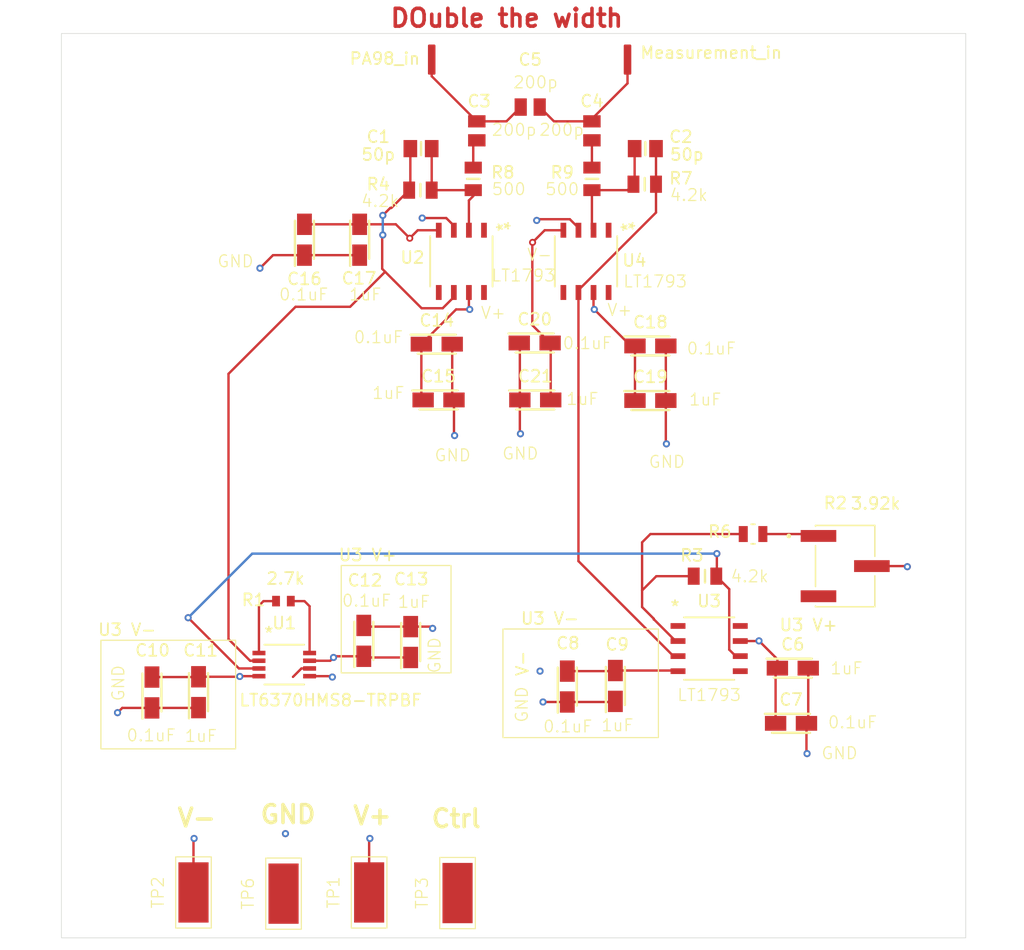
<source format=kicad_pcb>
(kicad_pcb (version 20241229) (generator "pcbnew") (generator_version "9.0")
  (layers (0 "F.Cu" signal) (4 "In1.Cu" signal) (6 "In2.Cu" power "GND") (8 "In3.Cu" power "Vplus") (10 "In4.Cu" power "Vminus") (2 "B.Cu" signal) (13 "F.Paste" user) (15 "B.Paste" user) (5 "F.SilkS" user "F.Silkscreen") (7 "B.SilkS" user "B.Silkscreen") (1 "F.Mask" user) (3 "B.Mask" user) (25 "Edge.Cuts" user))
  (net 0 "")
  (net 1 "Net-(U1-IN-)")
  (net 2 "Net-(U2--INA)")
  (net 3 "Net-(U3-+INA)")
  (net 4 "Net-(U4--INA)")
  (net 5 "Net-(C3-Pad1)")
  (net 6 "/PA98_in")
  (net 7 "Net-(C4-Pad1)")
  (net 8 "/measurement_in")
  (net 9 "GND")
  (net 10 "/Vplus")
  (net 11 "/Vminus")
  (net 12 "Net-(U1-RG+)")
  (net 13 "Net-(U1-RG-)")
  (net 15 "Net-(R2-Pad1)")
  (net 16 "Net-(U3--INA)")
  (net 17 "Net-(U1-IN+)")
  (net 18 "/Control_out")
  (footprint "Custom_capacitors:CAPC2012X145N(200pF 0805 0.1err)" (layer "F.Cu") (at 144.5224 65.9227 90)
    (property "Reference" "C3" (hide yes))
    (property "Value" "200p" (hide yes))
    (fp_text user "200p" (at -0.5 1.2 0) (layer "F.SilkS") (effects (font (thickness 0.1)) (justify left bottom)))
    (fp_text user "${REFERENCE}" (at 2.5 0.2 180) (layer "F.SilkS"))
    (pad "1" smd rect (at -0.8 0 90) (size 1.03 1.47) (layers "F.Cu" "F.Mask" "F.Paste") (net 5 "Net-(C3-Pad1)"))
    (pad "2" smd rect (at 0.8 0 90) (size 1.03 1.47) (layers "F.Cu" "F.Mask" "F.Paste") (net 6 "/PA98_in"))
  )
  (footprint "Custom_trimpot:PAD_EXT_2.54x5.08mm" (layer "F.Cu") (at 130.7375 130.2 90)
    (property "Reference" "TP6" (at 0 -5.5 90) (layer "F.SilkS") (effects (font (thickness 0.1))))
    (property "Value" "TestPoint" (hide yes))
    (fp_rect (start -3 -4) (end 3 -1) (stroke (width 0.1)) (fill no) (layer "F.SilkS"))
    (pad "1" smd rect (at 0 -2.5 90) (size 5.08 2.54) (layers "F.Cu" "F.Mask" "F.Paste") (net 9 "GND"))
  )
  (footprint "Custom_capacitors:CAPC2012X145N(200pF 0805 0.1err)" (layer "F.Cu") (at 149.0224 63.9227)
    (property "Reference" "C5" (hide yes))
    (property "Value" "200p" (hide yes))
    (fp_text user "${REFERENCE}" (at 0 -4 0) (layer "F.SilkS"))
    (fp_text user "200p" (at -1.5 -1.5 0) (layer "F.SilkS") (effects (font (thickness 0.1)) (justify left bottom)))
    (pad "1" smd rect (at -0.8 0) (size 1.03 1.47) (layers "F.Cu" "F.Mask" "F.Paste") (net 6 "/PA98_in"))
    (pad "2" smd rect (at 0.8 0) (size 1.03 1.47) (layers "F.Cu" "F.Mask" "F.Paste") (net 8 "/measurement_in"))
  )
  (footprint "Custom_capacitors:CAPPM3216X180N(0.1uF 1206 0.1acc)" (layer "F.Cu") (at 135 108.9 90)
    (property "Reference" "C12" (at 5.1 0.1 180) (layer "F.SilkS"))
    (property "Value" "C1206C104K5RACTM" (hide yes))
    (fp_line (start 1.6 -0.8) (end -2.2 -0.8) (stroke (width 0.2)) (layer "F.SilkS"))
    (fp_line (start -1.6 0.8) (end 1.6 0.8) (stroke (width 0.2)) (layer "F.SilkS"))
    (fp_text user "0.1uF" (at 2.8 -1.9 0) (layer "F.SilkS") (effects (font (thickness 0.1)) (justify left bottom)))
    (pad "1" smd rect (at -1.3 0 180) (size 1.25 1.8) (layers "F.Cu" "F.Mask" "F.Paste") (net 10 "/Vplus"))
    (pad "2" smd rect (at 1.3 0 180) (size 1.25 1.8) (layers "F.Cu" "F.Mask" "F.Paste") (net 9 "GND"))
  )
  (footprint "Custom_trimpot:TRIM_TS63Y201KR10" (layer "F.Cu") (at 175.5625 102.6)
    (property "Reference" "R2" (at -0.825 -5.31 0) (layer "F.SilkS"))
    (property "Value" "TS63Y201KR10")
    (fp_line (start -2.5 -3.425) (end 2.5 -3.425) (stroke (width 0.127)) (layer "F.SilkS"))
    (fp_line (start -2.5 -3.36) (end -2.5 -3.425) (stroke (width 0.127)) (layer "F.SilkS"))
    (fp_line (start -2.5 -1.72) (end -2.5 1.72) (stroke (width 0.127)) (layer "F.SilkS"))
    (fp_line (start -2.5 3.425) (end -2.5 3.36) (stroke (width 0.127)) (layer "F.SilkS"))
    (fp_line (start 2.5 -3.425) (end 2.5 -0.82) (stroke (width 0.127)) (layer "F.SilkS"))
    (fp_line (start 2.5 3.425) (end -2.5 3.425) (stroke (width 0.127)) (layer "F.SilkS"))
    (fp_line (start 2.5 3.425) (end 2.5 0.82) (stroke (width 0.127)) (layer "F.SilkS"))
    (fp_circle (center -4.75 -2.54) (end -4.65 -2.54) (stroke (width 0.2)) (fill no) (layer "F.SilkS"))
    (pad "1" smd rect (at -2.25 -2.54) (size 3 1) (layers "F.Cu" "F.Mask" "F.Paste") (net 15 "Net-(R2-Pad1)"))
    (pad "2" smd rect (at 2.25 0) (size 3 1) (layers "F.Cu" "F.Mask" "F.Paste") (net 9 "GND"))
    (pad "3" smd rect (at -2.25 2.54) (size 3 1) (layers "F.Cu" "F.Mask" "F.Paste"))
  )
  (footprint "Custom_resistors:RESC2012X55N(500 Ohm 0805 0.05err)" (layer "F.Cu") (at 154.2224 69.9727 -90)
    (property "Reference" "R9" (hide yes))
    (property "Value" "500" (hide yes))
    (fp_line (start 0 -0.525) (end 0 0.525) (stroke (width 0.2)) (layer "F.SilkS"))
    (fp_text user "500" (at 1.45 4 0) (layer "F.SilkS") (effects (font (thickness 0.1)) (justify left bottom)))
    (fp_text user "${REFERENCE}" (at -0.55 2.5 0) (layer "F.SilkS"))
    (pad "1" smd rect (at -0.95 0 270) (size 1 1.45) (layers "F.Cu" "F.Mask" "F.Paste") (net 7 "Net-(C4-Pad1)"))
    (pad "2" smd rect (at 0.95 0 270) (size 1 1.45) (layers "F.Cu" "F.Mask" "F.Paste") (net 4 "Net-(U4--INA)"))
  )
  (footprint "Custom_capacitors:CAPPM3216X180N(0.1uF 1206 0.1acc)" (layer "F.Cu") (at 171 115.85)
    (property "Reference" "C7" (at 0 -2 0) (layer "F.SilkS"))
    (property "Value" "C1206C104K5RACTM" (hide yes))
    (fp_line (start -1.6 0.8) (end 1.6 0.8) (stroke (width 0.2)) (layer "F.SilkS"))
    (fp_line (start 1.6 -0.8) (end -2.2 -0.8) (stroke (width 0.2)) (layer "F.SilkS"))
    (fp_text user "0.1uF" (at 3.05 0.5 0) (layer "F.SilkS") (effects (font (thickness 0.1)) (justify left bottom)))
    (pad "1" smd rect (at -1.3 0 90) (size 1.25 1.8) (layers "F.Cu" "F.Mask" "F.Paste") (net 10 "/Vplus"))
    (pad "2" smd rect (at 1.3 0 90) (size 1.25 1.8) (layers "F.Cu" "F.Mask" "F.Paste") (net 9 "GND"))
  )
  (footprint "Custom_resistors:RES_TNPW0603_VIS-L(2.7k Ohm 0603 0.1err)" (layer "F.Cu") (at 128.2277 105.55)
    (property "Reference" "R1" (at -2.5277 -0.1 0) (layer "F.SilkS"))
    (property "Value" "2.7k" (at 0.1723 -1.9 0) (layer "F.SilkS"))
    (pad "1" smd rect (at -0.6223 0) (size 0.6604 0.889) (layers "F.Cu" "F.Mask" "F.Paste") (net 13 "Net-(U1-RG-)"))
    (pad "2" smd rect (at 0.6223 0) (size 0.6604 0.889) (layers "F.Cu" "F.Mask" "F.Paste") (net 12 "Net-(U1-RG+)"))
  )
  (footprint "Custom_capacitors:CAPPM3216X180N(0.1uF 1206 0.1acc)" (layer "F.Cu") (at 141.15 83.9)
    (property "Reference" "C14" (at 0 -2 0) (layer "F.SilkS"))
    (property "Value" "C1206C104K5RACTM" (hide yes))
    (fp_line (start -1.6 0.8) (end 1.6 0.8) (stroke (width 0.2)) (layer "F.SilkS"))
    (fp_line (start 1.6 -0.8) (end -2.2 -0.8) (stroke (width 0.2)) (layer "F.SilkS"))
    (fp_text user "0.1uF" (at -7.05 0 0) (layer "F.SilkS") (effects (font (thickness 0.1)) (justify left bottom)))
    (pad "1" smd rect (at -1.3 0 90) (size 1.25 1.8) (layers "F.Cu" "F.Mask" "F.Paste") (net 10 "/Vplus"))
    (pad "2" smd rect (at 1.3 0 90) (size 1.25 1.8) (layers "F.Cu" "F.Mask" "F.Paste") (net 9 "GND"))
  )
  (footprint "Custom_capacitors:CAPPM3216X180N(0.1uF 1206 0.1acc)" (layer "F.Cu") (at 149.4 83.8)
    (property "Reference" "C20" (at 0 -2 0) (layer "F.SilkS"))
    (property "Value" "C1206C104K5RACTM" (hide yes))
    (fp_line (start -1.6 0.8) (end 1.6 0.8) (stroke (width 0.2)) (layer "F.SilkS"))
    (fp_line (start 1.6 -0.8) (end -2.2 -0.8) (stroke (width 0.2)) (layer "F.SilkS"))
    (fp_text user "0.1uF" (at 2.3 0.6 0) (layer "F.SilkS") (effects (font (thickness 0.1)) (justify left bottom)))
    (pad "1" smd rect (at -1.3 0 90) (size 1.25 1.8) (layers "F.Cu" "F.Mask" "F.Paste") (net 9 "GND"))
    (pad "2" smd rect (at 1.3 0 90) (size 1.25 1.8) (layers "F.Cu" "F.Mask" "F.Paste") (net 11 "/Vminus"))
  )
  (footprint "Custom_capacitors:CAPPM3216X180N(1uF 35V 1206 0.1err" (layer "F.Cu") (at 134.65 75.1 90)
    (property "Reference" "C17" (at -3.25 -0.05 180) (layer "F.SilkS"))
    (property "Value" "TH3A105K035D6600" (hide yes))
    (fp_line (start 1.6 -0.8) (end -2.2 -0.8) (stroke (width 0.2)) (layer "F.SilkS"))
    (fp_line (start -1.6 0.8) (end 1.6 0.8) (stroke (width 0.2)) (layer "F.SilkS"))
    (fp_text user "1uF" (at -5.2 -0.95 0) (layer "F.SilkS") (effects (font (thickness 0.1)) (justify left bottom)))
    (pad "1" smd rect (at -1.3 0 180) (size 1.25 1.8) (layers "F.Cu" "F.Mask" "F.Paste") (net 9 "GND"))
    (pad "2" smd rect (at 1.3 0 180) (size 1.25 1.8) (layers "F.Cu" "F.Mask" "F.Paste") (net 11 "/Vminus"))
  )
  (footprint "MountingHole:MountingHole_2.1mm" (layer "F.Cu") (at 112.4 60.85)
    (property "Reference" "REF**" (hide yes))
    (property "Value" "MountingHole_2.1mm")
    (pad "" np_thru_hole circle (at 0 0) (size 2.1 2.1) (drill 2.1) (layers "*.Cu" "*.Mask"))
  )
  (footprint "Custom_capacitors:CAPPM3216X180N(1uF 35V 1206 0.1err" (layer "F.Cu") (at 141.3 88.6)
    (property "Reference" "C15" (at 0 -2 0) (layer "F.SilkS"))
    (property "Value" "TH3A105K035D6600" (hide yes))
    (fp_line (start -1.6 0.8) (end 1.6 0.8) (stroke (width 0.2)) (layer "F.SilkS"))
    (fp_line (start 1.6 -0.8) (end -2.2 -0.8) (stroke (width 0.2)) (layer "F.SilkS"))
    (fp_text user "1uF" (at -5.65 0 0) (layer "F.SilkS") (effects (font (thickness 0.1)) (justify left bottom)))
    (pad "1" smd rect (at -1.3 0 90) (size 1.25 1.8) (layers "F.Cu" "F.Mask" "F.Paste") (net 10 "/Vplus"))
    (pad "2" smd rect (at 1.3 0 90) (size 1.25 1.8) (layers "F.Cu" "F.Mask" "F.Paste") (net 9 "GND"))
  )
  (footprint "Custom_testpoint:PAD_EXT_0.635x2.54mm" (layer "F.Cu") (at 140.7224 59.9227)
    (property "Reference" "TP4" (hide yes))
    (property "Value" "TestPoint" (hide yes))
    (pad "1" smd roundrect (at 0 0) (size 0.635 2.54) (layers "F.Cu" "F.Mask" "F.Paste") (roundrect_rratio 0.15) (net 6 "/PA98_in"))
  )
  (footprint "Custom_capacitors:CAPPM3216X180N(0.1uF 1206 0.1acc)" (layer "F.Cu") (at 117.15 113.25 90)
    (property "Reference" "C10" (at 3.55 0.05 180) (layer "F.SilkS"))
    (property "Value" "C1206C104K5RACTM" (hide yes))
    (fp_line (start 1.6 -0.8) (end -2.2 -0.8) (stroke (width 0.2)) (layer "F.SilkS"))
    (fp_line (start -1.6 0.8) (end 1.6 0.8) (stroke (width 0.2)) (layer "F.SilkS"))
    (fp_text user "0.1uF" (at -4.2 -2.2 0) (layer "F.SilkS") (effects (font (thickness 0.1)) (justify left bottom)))
    (pad "1" smd rect (at -1.3 0 180) (size 1.25 1.8) (layers "F.Cu" "F.Mask" "F.Paste") (net 9 "GND"))
    (pad "2" smd rect (at 1.3 0 180) (size 1.25 1.8) (layers "F.Cu" "F.Mask" "F.Paste") (net 11 "/Vminus"))
  )
  (footprint "Custom_capacitors:CAPPM3216X180N(1uF 35V 1206 0.1err" (layer "F.Cu") (at 138.95 109 90)
    (property "Reference" "C13" (at 5.3 0.05 180) (layer "F.SilkS"))
    (property "Value" "TH3A105K035D6600" (hide yes))
    (fp_line (start 1.6 -0.8) (end -2.2 -0.8) (stroke (width 0.2)) (layer "F.SilkS"))
    (fp_line (start -1.6 0.8) (end 1.6 0.8) (stroke (width 0.2)) (layer "F.SilkS"))
    (fp_text user "1uF" (at 2.8 -1.15 0) (layer "F.SilkS") (effects (font (thickness 0.1)) (justify left bottom)))
    (pad "1" smd rect (at -1.3 0 180) (size 1.25 1.8) (layers "F.Cu" "F.Mask" "F.Paste") (net 10 "/Vplus"))
    (pad "2" smd rect (at 1.3 0 180) (size 1.25 1.8) (layers "F.Cu" "F.Mask" "F.Paste") (net 9 "GND"))
  )
  (footprint "Custom_amplifiers:LT6370HMS8_TRPBF_L" (layer "F.Cu") (at 128.3 110.9)
    (property "Reference" "U1" (at 0 -3.5 0) (layer "F.SilkS"))
    (property "Value" "LT6370HMS8-TRPBF" (at 3.9 3 0) (layer "F.SilkS"))
    (fp_line (start -1.6764 1.6764) (end 1.6764 1.6764) (stroke (width 0.1524)) (layer "F.SilkS"))
    (fp_line (start 1.6764 -1.6764) (end -1.6764 -1.6764) (stroke (width 0.1524)) (layer "F.SilkS"))
    (fp_text user "*" (at -1.3 -2.65 0) (layer "F.SilkS"))
    (pad "1" smd rect (at -2.1336 -0.974999) (size 1.0922 0.381) (layers "F.Cu" "F.Mask" "F.Paste") (net 13 "Net-(U1-RG-)"))
    (pad "2" smd rect (at -2.1336 -0.325001) (size 1.0922 0.381) (layers "F.Cu" "F.Mask" "F.Paste") (net 1 "Net-(U1-IN-)"))
    (pad "3" smd rect (at -2.1336 0.325001) (size 1.0922 0.381) (layers "F.Cu" "F.Mask" "F.Paste") (net 17 "Net-(U1-IN+)"))
    (pad "4" smd rect (at -2.1336 0.974999) (size 1.0922 0.381) (layers "F.Cu" "F.Mask" "F.Paste") (net 11 "/Vminus"))
    (pad "5" smd rect (at 2.1336 0.974999) (size 1.0922 0.381) (layers "F.Cu" "F.Mask" "F.Paste") (net 9 "GND"))
    (pad "6" smd rect (at 2.1336 0.325001) (size 1.0922 0.381) (layers "F.Cu" "F.Mask" "F.Paste") (net 18 "/Control_out"))
    (pad "7" smd rect (at 2.1336 -0.325001) (size 1.0922 0.381) (layers "F.Cu" "F.Mask" "F.Paste") (net 10 "/Vplus"))
    (pad "8" smd rect (at 2.1336 -0.974999) (size 1.0922 0.381) (layers "F.Cu" "F.Mask" "F.Paste") (net 12 "Net-(U1-RG+)"))
  )
  (footprint "Custom_trimpot:PAD_EXT_2.54x5.08mm" (layer "F.Cu") (at 145.4 130.15 90)
    (property "Reference" "TP3" (at 0 -5.5 90) (layer "F.SilkS") (effects (font (thickness 0.1))))
    (property "Value" "TestPoint")
    (fp_rect (start -3 -4) (end 3 -1) (stroke (width 0.1)) (fill no) (layer "F.SilkS"))
    (pad "1" smd rect (at 0 -2.5 90) (size 5.08 2.54) (layers "F.Cu" "F.Mask" "F.Paste") (net 18 "/Control_out"))
  )
  (footprint "Custom_capacitors:CAPPM3216X180N(1uF 35V 1206 0.1err" (layer "F.Cu") (at 149.45 88.6)
    (property "Reference" "C21" (at 0 -2 0) (layer "F.SilkS"))
    (property "Value" "TH3A105K035D6600" (hide yes))
    (fp_line (start -1.6 0.8) (end 1.6 0.8) (stroke (width 0.2)) (layer "F.SilkS"))
    (fp_line (start 1.6 -0.8) (end -2.2 -0.8) (stroke (width 0.2)) (layer "F.SilkS"))
    (fp_text user "1uF" (at 2.55 0.5 0) (layer "F.SilkS") (effects (font (thickness 0.1)) (justify left bottom)))
    (pad "1" smd rect (at -1.3 0 90) (size 1.25 1.8) (layers "F.Cu" "F.Mask" "F.Paste") (net 9 "GND"))
    (pad "2" smd rect (at 1.3 0 90) (size 1.25 1.8) (layers "F.Cu" "F.Mask" "F.Paste") (net 11 "/Vminus"))
  )
  (footprint "Custom_resistors:RESC2012X55N(4.02k Ohm 0805 0.1err)" (layer "F.Cu") (at 158.6724 70.4227 180)
    (property "Reference" "R7" (hide yes))
    (property "Value" "4.2k" (hide yes))
    (fp_line (start 0 -0.525) (end 0 0.525) (stroke (width 0.2)) (layer "F.SilkS"))
    (fp_text user "${REFERENCE}" (at -3.05 0.5 180) (layer "F.SilkS"))
    (fp_text user "4.2k" (at -2.05 -1.5 0) (layer "F.SilkS") (effects (font (thickness 0.1)) (justify left bottom)))
    (pad "1" smd rect (at -0.95 0 180) (size 1 1.45) (layers "F.Cu" "F.Mask" "F.Paste") (net 3 "Net-(U3-+INA)"))
    (pad "2" smd rect (at 0.95 0 180) (size 1 1.45) (layers "F.Cu" "F.Mask" "F.Paste") (net 4 "Net-(U4--INA)"))
  )
  (footprint "Custom_resistors:RESC2012X55N(500 Ohm 0805 0.05err)" (layer "F.Cu") (at 144.2224 69.9727 -90)
    (property "Reference" "R8" (hide yes))
    (property "Value" "500" (hide yes))
    (fp_line (start 0 -0.525) (end 0 0.525) (stroke (width 0.2)) (layer "F.SilkS"))
    (fp_text user "${REFERENCE}" (at -0.55 -2.5 0) (layer "F.SilkS"))
    (fp_text user "500" (at 1.45 -1.5 0) (layer "F.SilkS") (effects (font (thickness 0.1)) (justify left bottom)))
    (pad "1" smd rect (at -0.95 0 270) (size 1 1.45) (layers "F.Cu" "F.Mask" "F.Paste") (net 5 "Net-(C3-Pad1)"))
    (pad "2" smd rect (at 0.95 0 270) (size 1 1.45) (layers "F.Cu" "F.Mask" "F.Paste") (net 2 "Net-(U2--INA)"))
  )
  (footprint "Custom_capacitors:CAPPM3216X180N(0.1uF 1206 0.1acc)" (layer "F.Cu") (at 152.15 112.75 90)
    (property "Reference" "C8" (at 3.65 0.05 180) (layer "F.SilkS"))
    (property "Value" "C1206C104K5RACTM" (hide yes))
    (fp_line (start 1.6 -0.8) (end -2.2 -0.8) (stroke (width 0.2)) (layer "F.SilkS"))
    (fp_line (start -1.6 0.8) (end 1.6 0.8) (stroke (width 0.2)) (layer "F.SilkS"))
    (fp_text user "0.1uF" (at -3.95 -2.1 0) (layer "F.SilkS") (effects (font (thickness 0.1)) (justify left bottom)))
    (pad "1" smd rect (at -1.3 0 180) (size 1.25 1.8) (layers "F.Cu" "F.Mask" "F.Paste") (net 9 "GND"))
    (pad "2" smd rect (at 1.3 0 180) (size 1.25 1.8) (layers "F.Cu" "F.Mask" "F.Paste") (net 11 "/Vminus"))
  )
  (footprint "Custom_trimpot:PAD_EXT_2.54x5.08mm" (layer "F.Cu") (at 123.15 130.1 90)
    (property "Reference" "TP2" (at 0 -5.5 90) (layer "F.SilkS") (effects (font (thickness 0.1))))
    (property "Value" "TestPoint" (hide yes))
    (fp_rect (start -3 -4) (end 3 -1) (stroke (width 0.1)) (fill no) (layer "F.SilkS"))
    (pad "1" smd rect (at 0 -2.5 90) (size 5.08 2.54) (layers "F.Cu" "F.Mask" "F.Paste") (net 11 "/Vminus"))
  )
  (footprint "Custom_amplifiers:LT1793AIS_8_PBF" (layer "F.Cu") (at 143.2224 76.9227 -90)
    (property "Reference" "U2" (at -0.3227 4.1224 0) (layer "F.SilkS"))
    (property "Value" "LT1793AIS8-PBF" (hide yes))
    (fp_line (start -2.1209 2.6289) (end 2.1209 2.6289) (stroke (width 0.1524)) (layer "F.SilkS"))
    (fp_line (start 2.1209 -2.6289) (end -2.1209 -2.6289) (stroke (width 0.1524)) (layer "F.SilkS"))
    (fp_text user "*" (at -3 -3.5306 270) (layer "F.SilkS"))
    (fp_text user "LT1793" (at 1.7773 -2.4776 0) (layer "F.SilkS") (effects (font (thickness 0.1)) (justify left bottom)))
    (fp_text user "*" (at -2.87655 -3.5306 270) (layer "F.SilkS"))
    (pad "1" smd rect (at -2.62255 -1.905 270) (size 1.2573 0.4826) (layers "F.Cu" "F.Mask" "F.Paste"))
    (pad "2" smd rect (at -2.62255 -0.635 270) (size 1.2573 0.4826) (layers "F.Cu" "F.Mask" "F.Paste") (net 2 "Net-(U2--INA)"))
    (pad "3" smd rect (at -2.62255 0.635 270) (size 1.2573 0.4826) (layers "F.Cu" "F.Mask" "F.Paste") (net 9 "GND"))
    (pad "4" smd rect (at -2.62255 1.905 270) (size 1.2573 0.4826) (layers "F.Cu" "F.Mask" "F.Paste") (net 11 "/Vminus"))
    (pad "5" smd rect (at 2.62255 1.905 270) (size 1.2573 0.4826) (layers "F.Cu" "F.Mask" "F.Paste"))
    (pad "6" smd rect (at 2.62255 0.635 270) (size 1.2573 0.4826) (layers "F.Cu" "F.Mask" "F.Paste") (net 1 "Net-(U1-IN-)"))
    (pad "7" smd rect (at 2.62255 -0.635 270) (size 1.2573 0.4826) (layers "F.Cu" "F.Mask" "F.Paste") (net 10 "/Vplus"))
    (pad "8" smd rect (at 2.62255 -1.905 270) (size 1.2573 0.4826) (layers "F.Cu" "F.Mask" "F.Paste"))
  )
  (footprint "Custom_capacitors:CAPPM3216X180N(0.1uF 1206 0.1acc)" (layer "F.Cu") (at 130 75.1 90)
    (property "Reference" "C16" (at -3.3 0 180) (layer "F.SilkS"))
    (property "Value" "C1206C104K5RACTM" (hide yes))
    (fp_line (start 1.6 -0.8) (end -2.2 -0.8) (stroke (width 0.2)) (layer "F.SilkS"))
    (fp_line (start -1.6 0.8) (end 1.6 0.8) (stroke (width 0.2)) (layer "F.SilkS"))
    (fp_text user "0.1uF" (at -5.2 -2.2 0) (layer "F.SilkS") (effects (font (thickness 0.1)) (justify left bottom)))
    (pad "1" smd rect (at -1.3 0 180) (size 1.25 1.8) (layers "F.Cu" "F.Mask" "F.Paste") (net 9 "GND"))
    (pad "2" smd rect (at 1.3 0 180) (size 1.25 1.8) (layers "F.Cu" "F.Mask" "F.Paste") (net 11 "/Vminus"))
  )
  (footprint "Custom_capacitors:CAPPM3216X180N(1uF 35V 1206 0.1err" (layer "F.Cu") (at 159.15 88.65)
    (property "Reference" "C19" (at 0 -2 0) (layer "F.SilkS"))
    (property "Value" "TH3A105K035D6600" (hide yes))
    (fp_line (start -1.6 0.8) (end 1.6 0.8) (stroke (width 0.2)) (layer "F.SilkS"))
    (fp_line (start 1.6 -0.8) (end -2.2 -0.8) (stroke (width 0.2)) (layer "F.SilkS"))
    (fp_text user "1uF" (at 3.2 0.5 0) (layer "F.SilkS") (effects (font (thickness 0.1)) (justify left bottom)))
    (pad "1" smd rect (at -1.3 0 90) (size 1.25 1.8) (layers "F.Cu" "F.Mask" "F.Paste") (net 10 "/Vplus"))
    (pad "2" smd rect (at 1.3 0 90) (size 1.25 1.8) (layers "F.Cu" "F.Mask" "F.Paste") (net 9 "GND"))
  )
  (footprint "Custom_capacitors:CAPC2012X145N(200pF 0805 0.1err)" (layer "F.Cu") (at 154.2224 65.9227 90)
    (property "Reference" "C4" (hide yes))
    (property "Value" "200p" (hide yes))
    (fp_text user "200p" (at -0.5 -4.5 0) (layer "F.SilkS") (effects (font (thickness 0.1)) (justify left bottom)))
    (fp_text user "${REFERENCE}" (at 2.5 0 0) (layer "F.SilkS"))
    (pad "1" smd rect (at -0.8 0 90) (size 1.03 1.47) (layers "F.Cu" "F.Mask" "F.Paste") (net 7 "Net-(C4-Pad1)"))
    (pad "2" smd rect (at 0.8 0 90) (size 1.03 1.47) (layers "F.Cu" "F.Mask" "F.Paste") (net 8 "/measurement_in"))
  )
  (footprint "Custom_resistors:RESC2012X55N(4.02k Ohm 0805 0.1err)" (layer "F.Cu") (at 163.75 103.45 180)
    (property "Reference" "R3" (hide yes))
    (property "Value" "4.2k" (hide yes))
    (fp_line (start 0 -0.525) (end 0 0.525) (stroke (width 0.2)) (layer "F.SilkS"))
    (fp_text user "4.2k" (at -2.1 -0.6 0) (layer "F.SilkS") (effects (font (thickness 0.1)) (justify left bottom)))
    (fp_text user "${REFERENCE}" (at 1.1 1.75 180) (layer "F.SilkS"))
    (pad "1" smd rect (at -0.95 0 180) (size 1 1.45) (layers "F.Cu" "F.Mask" "F.Paste") (net 17 "Net-(U1-IN+)"))
    (pad "2" smd rect (at 0.95 0 180) (size 1 1.45) (layers "F.Cu" "F.Mask" "F.Paste") (net 16 "Net-(U3--INA)"))
  )
  (footprint "Custom_amplifiers:LT1793AIS_8_PBF" (layer "F.Cu") (at 153.7224 76.9227 -90)
    (property "Reference" "U4" (at -0.0727 -4.0776 0) (layer "F.SilkS"))
    (property "Value" "LT1793AIS8-PBF" (hide yes))
    (fp_line (start -2.1209 2.6289) (end 2.1209 2.6289) (stroke (width 0.1524)) (layer "F.SilkS"))
    (fp_line (start 2.1209 -2.6289) (end -2.1209 -2.6289) (stroke (width 0.1524)) (layer "F.SilkS"))
    (fp_text user "LT1793" (at 2.2773 -3.0776 0) (layer "F.SilkS") (effects (font (thickness 0.1)) (justify left bottom)))
    (fp_text user "*" (at -2.87655 -3.5306 270) (layer "F.SilkS"))
    (fp_text user "*" (at -3 -3.5306 270) (layer "F.SilkS"))
    (pad "1" smd rect (at -2.62255 -1.905 270) (size 1.2573 0.4826) (layers "F.Cu" "F.Mask" "F.Paste"))
    (pad "2" smd rect (at -2.62255 -0.635 270) (size 1.2573 0.4826) (layers "F.Cu" "F.Mask" "F.Paste") (net 4 "Net-(U4--INA)"))
    (pad "3" smd rect (at -2.62255 0.635 270) (size 1.2573 0.4826) (layers "F.Cu" "F.Mask" "F.Paste") (net 9 "GND"))
    (pad "4" smd rect (at -2.62255 1.905 270) (size 1.2573 0.4826) (layers "F.Cu" "F.Mask" "F.Paste") (net 11 "/Vminus"))
    (pad "5" smd rect (at 2.62255 1.905 270) (size 1.2573 0.4826) (layers "F.Cu" "F.Mask" "F.Paste"))
    (pad "6" smd rect (at 2.62255 0.635 270) (size 1.2573 0.4826) (layers "F.Cu" "F.Mask" "F.Paste") (net 3 "Net-(U3-+INA)"))
    (pad "7" smd rect (at 2.62255 -0.635 270) (size 1.2573 0.4826) (layers "F.Cu" "F.Mask" "F.Paste") (net 10 "/Vplus"))
    (pad "8" smd rect (at 2.62255 -1.905 270) (size 1.2573 0.4826) (layers "F.Cu" "F.Mask" "F.Paste"))
  )
  (footprint "MountingHole:MountingHole_2.1mm" (layer "F.Cu") (at 182.6 130.9)
    (property "Reference" "REF**" (hide yes))
    (property "Value" "MountingHole_2.1mm")
    (pad "" np_thru_hole circle (at 0 0) (size 2.1 2.1) (drill 2.1) (layers "*.Cu" "*.Mask"))
  )
  (footprint "MountingHole:MountingHole_2.1mm" (layer "F.Cu") (at 112.4 130.9)
    (property "Reference" "REF**" (hide yes))
    (property "Value" "MountingHole_2.1mm")
    (pad "" np_thru_hole circle (at 0 0) (size 2.1 2.1) (drill 2.1) (layers "*.Cu" "*.Mask"))
  )
  (footprint "MountingHole:MountingHole_2.1mm" (layer "F.Cu") (at 182.6 60.85)
    (property "Reference" "REF**" (hide yes))
    (property "Value" "MountingHole_2.1mm")
    (pad "" np_thru_hole circle (at 0 0) (size 2.1 2.1) (drill 2.1) (layers "*.Cu" "*.Mask"))
  )
  (footprint "Custom_amplifiers:LT1793AIS_8_PBF" (layer "F.Cu") (at 164.1 109.55)
    (property "Reference" "U3" (at 0 -4 0) (layer "F.SilkS"))
    (property "Value" "LT1793AIS8-PBF" (hide yes))
    (fp_line (start -2.1209 2.6289) (end 2.1209 2.6289) (stroke (width 0.1524)) (layer "F.SilkS"))
    (fp_line (start 2.1209 -2.6289) (end -2.1209 -2.6289) (stroke (width 0.1524)) (layer "F.SilkS"))
    (fp_text user "LT1793" (at -2.75 4.5 0) (layer "F.SilkS") (effects (font (thickness 0.1)) (justify left bottom)))
    (fp_text user "*" (at -2.87655 -3.5306 0) (layer "F.SilkS"))
    (pad "1" smd rect (at -2.62255 -1.905) (size 1.2573 0.4826) (layers "F.Cu" "F.Mask" "F.Paste"))
    (pad "2" smd rect (at -2.62255 -0.635) (size 1.2573 0.4826) (layers "F.Cu" "F.Mask" "F.Paste") (net 16 "Net-(U3--INA)"))
    (pad "3" smd rect (at -2.62255 0.635) (size 1.2573 0.4826) (layers "F.Cu" "F.Mask" "F.Paste") (net 3 "Net-(U3-+INA)"))
    (pad "4" smd rect (at -2.62255 1.905) (size 1.2573 0.4826) (layers "F.Cu" "F.Mask" "F.Paste") (net 11 "/Vminus"))
    (pad "5" smd rect (at 2.62255 1.905) (size 1.2573 0.4826) (layers "F.Cu" "F.Mask" "F.Paste"))
    (pad "6" smd rect (at 2.62255 0.635) (size 1.2573 0.4826) (layers "F.Cu" "F.Mask" "F.Paste") (net 17 "Net-(U1-IN+)"))
    (pad "7" smd rect (at 2.62255 -0.635) (size 1.2573 0.4826) (layers "F.Cu" "F.Mask" "F.Paste") (net 10 "/Vplus"))
    (pad "8" smd rect (at 2.62255 -1.905) (size 1.2573 0.4826) (layers "F.Cu" "F.Mask" "F.Paste"))
  )
  (footprint "Custom_trimpot:PAD_EXT_2.54x5.08mm" (layer "F.Cu") (at 137.95 130.1 90)
    (property "Reference" "TP1" (at 0 -5.5 90) (layer "F.SilkS") (effects (font (thickness 0.1))))
    (property "Value" "TestPoint" (hide yes))
    (fp_rect (start -3 -4) (end 3 -1) (stroke (width 0.1)) (fill no) (layer "F.SilkS"))
    (pad "1" smd rect (at 0 -2.5 90) (size 5.08 2.54) (layers "F.Cu" "F.Mask" "F.Paste") (net 10 "/Vplus"))
  )
  (footprint "Custom_capacitors:CAPPM3216X180N(1uF 35V 1206 0.1err" (layer "F.Cu") (at 156.2 112.7 90)
    (property "Reference" "C9" (at 3.5 0.15 180) (layer "F.SilkS"))
    (property "Value" "TH3A105K035D6600" (hide yes))
    (fp_line (start 1.6 -0.8) (end -2.2 -0.8) (stroke (width 0.2)) (layer "F.SilkS"))
    (fp_line (start -1.6 0.8) (end 1.6 0.8) (stroke (width 0.2)) (layer "F.SilkS"))
    (fp_text user "1uF" (at -3.9 -1.25 0) (layer "F.SilkS") (effects (font (thickness 0.1)) (justify left bottom)))
    (pad "1" smd rect (at -1.3 0 180) (size 1.25 1.8) (layers "F.Cu" "F.Mask" "F.Paste") (net 9 "GND"))
    (pad "2" smd rect (at 1.3 0 180) (size 1.25 1.8) (layers "F.Cu" "F.Mask" "F.Paste") (net 11 "/Vminus"))
  )
  (footprint "Custom_resistors:RES_TNPW0805_VIS-L(3.92k Ohm 0805 0.1)" (layer "F.Cu") (at 167.8 99.9)
    (property "Reference" "R6" (at -2.8 -0.2 0) (layer "F.SilkS"))
    (property "Value" "3.92k" (at 10.3276 -2.5727 0) (layer "F.SilkS"))
    (fp_line (start -0.148713 0.8255) (end 0.148713 0.8255) (stroke (width 0.1524)) (layer "F.SilkS"))
    (fp_line (start 0.148713 -0.8255) (end -0.148713 -0.8255) (stroke (width 0.1524)) (layer "F.SilkS"))
    (pad "1" smd rect (at -0.8255 0) (size 0.762 1.3462) (layers "F.Cu" "F.Mask" "F.Paste") (net 16 "Net-(U3--INA)"))
    (pad "2" smd rect (at 0.8255 0) (size 0.762 1.3462) (layers "F.Cu" "F.Mask" "F.Paste") (net 15 "Net-(R2-Pad1)"))
  )
  (footprint "Custom_capacitors:CAPPM3216X180N(1uF 35V 1206 0.1err" (layer "F.Cu") (at 121.074999 113.225001 90)
    (property "Reference" "C11" (at 3.525001 0.175001 180) (layer "F.SilkS"))
    (property "Value" "TH3A105K035D6600" (hide yes))
    (fp_line (start 1.6 -0.8) (end -2.2 -0.8) (stroke (width 0.2)) (layer "F.SilkS"))
    (fp_line (start -1.6 0.8) (end 1.6 0.8) (stroke (width 0.2)) (layer "F.SilkS"))
    (fp_text user "1uF" (at -4.274999 -1.224999 0) (layer "F.SilkS") (effects (font (thickness 0.1)) (justify left bottom)))
    (pad "1" smd rect (at -1.3 0 180) (size 1.25 1.8) (layers "F.Cu" "F.Mask" "F.Paste") (net 9 "GND"))
    (pad "2" smd rect (at 1.3 0 180) (size 1.25 1.8) (layers "F.Cu" "F.Mask" "F.Paste") (net 11 "/Vminus"))
  )
  (footprint "Custom_capacitors:CAPC2012X140N(50pF 1206 1 C0G 100V)" (layer "F.Cu") (at 158.7224 67.4227 180)
    (property "Reference" "C2" (at -3 1 180) (layer "F.SilkS"))
    (property "Value" "50p" (at -3.5 -0.5 180) (layer "F.SilkS"))
    (fp_line (start 0 -0.55) (end 0 0.55) (stroke (width 0.2)) (layer "F.SilkS"))
    (pad "1" smd rect (at -0.9 0 180) (size 1.15 1.45) (layers "F.Cu" "F.Mask" "F.Paste") (net 3 "Net-(U3-+INA)"))
    (pad "2" smd rect (at 0.9 0 180) (size 1.15 1.45) (layers "F.Cu" "F.Mask" "F.Paste") (net 4 "Net-(U4--INA)"))
  )
  (footprint "Custom_capacitors:CAPC2012X140N(50pF 1206 1 C0G 100V)" (layer "F.Cu") (at 139.8224 67.4227)
    (property "Reference" "C1" (at -3.6 -1 0) (layer "F.SilkS"))
    (property "Value" "50p" (at -3.6 0.5 0) (layer "F.SilkS"))
    (fp_line (start 0 -0.55) (end 0 0.55) (stroke (width 0.2)) (layer "F.SilkS"))
    (pad "1" smd rect (at -0.9 0) (size 1.15 1.45) (layers "F.Cu" "F.Mask" "F.Paste") (net 1 "Net-(U1-IN-)"))
    (pad "2" smd rect (at 0.9 0) (size 1.15 1.45) (layers "F.Cu" "F.Mask" "F.Paste") (net 2 "Net-(U2--INA)"))
  )
  (footprint "Custom_capacitors:CAPPM3216X180N(0.1uF 1206 0.1acc)" (layer "F.Cu") (at 159.15 84.05)
    (property "Reference" "C18" (at 0 -2 0) (layer "F.SilkS"))
    (property "Value" "C1206C104K5RACTM" (hide yes))
    (fp_line (start -1.6 0.8) (end 1.6 0.8) (stroke (width 0.2)) (layer "F.SilkS"))
    (fp_line (start 1.6 -0.8) (end -2.2 -0.8) (stroke (width 0.2)) (layer "F.SilkS"))
    (fp_text user "0.1uF" (at 3 0.8 0) (layer "F.SilkS") (effects (font (thickness 0.1)) (justify left bottom)))
    (pad "1" smd rect (at -1.3 0 90) (size 1.25 1.8) (layers "F.Cu" "F.Mask" "F.Paste") (net 10 "/Vplus"))
    (pad "2" smd rect (at 1.3 0 90) (size 1.25 1.8) (layers "F.Cu" "F.Mask" "F.Paste") (net 9 "GND"))
  )
  (footprint "Custom_testpoint:PAD_EXT_0.635x2.54mm" (layer "F.Cu") (at 157.2224 59.9227)
    (property "Reference" "TP5" (hide yes))
    (property "Value" "TestPoint" (hide yes))
    (pad "1" smd roundrect (at 0 0) (size 0.635 2.54) (layers "F.Cu" "F.Mask" "F.Paste") (roundrect_rratio 0.15) (net 8 "/measurement_in"))
  )
  (footprint "Custom_capacitors:CAPPM3216X180N(1uF 35V 1206 0.1err" (layer "F.Cu") (at 171.15 111.2)
    (property "Reference" "C6" (at 0 -2 0) (layer "F.SilkS"))
    (property "Value" "TH3A105K035D6600" (hide yes))
    (fp_line (start -1.6 0.8) (end 1.6 0.8) (stroke (width 0.2)) (layer "F.SilkS"))
    (fp_line (start 1.6 -0.8) (end -2.2 -0.8) (stroke (width 0.2)) (layer "F.SilkS"))
    (fp_text user "1uF" (at 3.1 0.6 0) (layer "F.SilkS") (effects (font (thickness 0.1)) (justify left bottom)))
    (pad "1" smd rect (at -1.3 0 90) (size 1.25 1.8) (layers "F.Cu" "F.Mask" "F.Paste") (net 10 "/Vplus"))
    (pad "2" smd rect (at 1.3 0 90) (size 1.25 1.8) (layers "F.Cu" "F.Mask" "F.Paste") (net 9 "GND"))
  )
  (footprint "Custom_resistors:RESC2012X55N(4.02k Ohm 0805 0.1err)" (layer "F.Cu") (at 139.7724 70.9227)
    (property "Reference" "R4" (hide yes))
    (property "Value" "4.2k" (hide yes))
    (fp_line (start 0 -0.525) (end 0 0.525) (stroke (width 0.2)) (layer "F.SilkS"))
    (fp_text user "${REFERENCE}" (at -3.55 -0.5 0) (layer "F.SilkS"))
    (fp_text user "4.2k" (at -5.05 1.5 0) (layer "F.SilkS") (effects (font (thickness 0.1)) (justify left bottom)))
    (pad "1" smd rect (at -0.95 0) (size 1 1.45) (layers "F.Cu" "F.Mask" "F.Paste") (net 1 "Net-(U1-IN-)"))
    (pad "2" smd rect (at 0.95 0) (size 1 1.45) (layers "F.Cu" "F.Mask" "F.Paste") (net 2 "Net-(U2--INA)"))
  )
  (gr_rect (start 146.725 107.9) (end 159.825 117.05) (stroke (width 0.1)) (fill no) (layer "F.SilkS"))
  (gr_rect (start 133.1 102.55) (end 142.35 111.6) (stroke (width 0.1)) (fill no) (layer "F.SilkS"))
  (gr_rect (start 112.85 108.85) (end 124.2 118) (stroke (width 0.1)) (fill no) (layer "F.SilkS"))
  (gr_rect (start 109.5224 57.7227) (end 185.7224 133.9227) (stroke (width 0.05)) (fill no) (layer "Edge.Cuts"))
  (gr_text "DOuble the width" (at 137.1 57.3 0) (layer "F.Cu") (effects (font (size 1.5 1.5) (thickness 0.3) (bold yes)) (justify left bottom)))
  (gr_text "GND" (at 141.55 111.7 90) (layer "F.SilkS") (effects (font (size 1 1) (thickness 0.1)) (justify left bottom)))
  (gr_text "GND" (at 114.9 114.05 90) (layer "F.SilkS") (effects (font (size 1 1) (thickness 0.1)) (justify left bottom)))
  (gr_text "V-" (at 148.95 111.95 90) (layer "F.SilkS") (effects (font (size 1 1)) (justify left bottom)))
  (gr_text "GND" (at 146.6 93.7 0) (layer "F.SilkS") (effects (font (size 1 1) (thickness 0.1)) (justify left bottom)))
  (gr_text "GND" (at 126.1375 124.4 0) (layer "F.SilkS") (effects (font (size 1.5 1.5) (thickness 0.3) (bold yes)) (justify left bottom)))
  (gr_text "GND" (at 140.9 93.85 0) (layer "F.SilkS") (effects (font (size 1 1) (thickness 0.1)) (justify left bottom)))
  (gr_text "V+\n" (at 133.95 124.50625 0) (layer "F.SilkS") (effects (font (size 1.5 1.5) (thickness 0.3) (bold yes)) (justify left bottom)))
  (gr_text "V+" (at 144.8 81.85 0) (layer "F.SilkS") (effects (font (size 1 1) (thickness 0.1)) (justify left bottom)))
  (gr_text "Measurement_in" (at 158.2224 59.9227 0) (layer "F.SilkS") (effects (font (size 1 1)) (justify left bottom)))
  (gr_text "V-\n\n" (at 119.15 127.1 0) (layer "F.SilkS") (effects (font (size 1.5 1.5) (thickness 0.3) (bold yes)) (justify left bottom)))
  (gr_text "V-" (at 148.7 76.95 0) (layer "F.SilkS") (effects (font (size 1 1) (thickness 0.1)) (justify left bottom)))
  (gr_text "V+" (at 155.45 81.6 0) (layer "F.SilkS") (effects (font (size 1 1) (thickness 0.1)) (justify left bottom)))
  (gr_text "GND" (at 173.5 118.95 0) (layer "F.SilkS") (effects (font (size 1 1) (thickness 0.1)) (justify left bottom)))
  (gr_text "U3 V+\n" (at 169.95 108.15 0) (layer "F.SilkS") (effects (font (size 1 1)) (justify left bottom)))
  (gr_text "GND" (at 122.6 77.5 0) (layer "F.SilkS") (effects (font (size 1 1) (thickness 0.1)) (justify left bottom)))
  (gr_text "U3 V+\n" (at 132.8 102.25 0) (layer "F.SilkS") (effects (font (size 1 1)) (justify left bottom)))
  (gr_text "U3 V-\n" (at 112.525 108.55 0) (layer "F.SilkS") (effects (font (size 1 1)) (justify left bottom)))
  (gr_text "GND" (at 158.95 94.4 0) (layer "F.SilkS") (effects (font (size 1 1) (thickness 0.1)) (justify left bottom)))
  (gr_text "U3 V-\n" (at 148.15 107.6 0) (layer "F.SilkS") (effects (font (size 1 1)) (justify left bottom)))
  (gr_text "Ctrl" (at 140.55 124.75 0) (layer "F.SilkS") (effects (font (size 1.5 1.5) (thickness 0.3) (bold yes)) (justify left bottom)))
  (gr_text "GND" (at 148.9 115.85 90) (layer "F.SilkS") (effects (font (size 1 1) (thickness 0.1)) (justify left bottom)))
  (gr_text "PA98_in" (at 133.7224 60.4227 0) (layer "F.SilkS") (effects (font (size 1 1)) (justify left bottom)))
  (segment (start 138.9224 70.8227) (end 138.8224 70.9227) (width 0.2) (layer "F.Cu") (net 1))
  (segment (start 125.4203 110.574999) (end 123.6 108.754699) (width 0.2) (layer "F.Cu") (net 1))
  (segment (start 133.85 80.75) (end 136.79985 77.80015) (width 0.2) (layer "F.Cu") (net 1))
  (segment (start 136.55 74.75) (end 136.6 74.7) (width 0.2) (layer "F.Cu") (net 1))
  (segment (start 123.6 108.754699) (end 123.6 86.4) (width 0.2) (layer "F.Cu") (net 1))
  (segment (start 129.25 80.75) (end 133.85 80.75) (width 0.2) (layer "F.Cu") (net 1))
  (segment (start 142.5874 79.9326) (end 142.5874 79.54525) (width 0.2) (layer "F.Cu") (net 1))
  (segment (start 137.52485 78.52515) (end 139.8724 80.8727) (width 0.2) (layer "F.Cu") (net 1))
  (segment (start 141.6473 80.8727) (end 142.5874 79.9326) (width 0.2) (layer "F.Cu") (net 1))
  (segment (start 138.9224 67.4227) (end 138.9224 70.8227) (width 0.2) (layer "F.Cu") (net 1))
  (segment (start 123.6 86.4) (end 129.25 80.75) (width 0.2) (layer "F.Cu") (net 1))
  (segment (start 136.55 77.5503) (end 136.55 74.75) (width 0.2) (layer "F.Cu") (net 1))
  (segment (start 137.52485 78.52515) (end 136.79985 77.80015) (width 0.2) (layer "F.Cu") (net 1))
  (segment (start 139.8724 80.8727) (end 141.6473 80.8727) (width 0.2) (layer "F.Cu") (net 1))
  (segment (start 137.3224 72.4227) (end 138.8224 70.9227) (width 0.2) (layer "F.Cu") (net 1))
  (segment (start 137.2273 72.4227) (end 137.3224 72.4227) (width 0.2) (layer "F.Cu") (net 1))
  (segment (start 126.1664 110.574999) (end 125.4203 110.574999) (width 0.2) (layer "F.Cu") (net 1))
  (segment (start 136.6 73.05) (end 137.2273 72.4227) (width 0.2) (layer "F.Cu") (net 1))
  (segment (start 136.79985 77.80015) (end 136.55 77.5503) (width 0.2) (layer "F.Cu") (net 1))
  (via (at 136.6 74.7) (size 0.6) (drill 0.3) (layers "F.Cu" "B.Cu") (net 1))
  (via (at 136.6 73.05) (size 0.6) (drill 0.3) (layers "F.Cu" "B.Cu") (net 1))
  (segment (start 136.6 74.7) (end 136.6 73.05) (width 0.2) (layer "B.Cu") (net 1))
  (segment (start 140.7224 70.9227) (end 144.2224 70.9227) (width 0.2) (layer "F.Cu") (net 2))
  (segment (start 144.2224 70.9227) (end 144.2224 71.4227) (width 0.2) (layer "F.Cu") (net 2))
  (segment (start 144.2224 71.4227) (end 143.8574 71.7877) (width 0.2) (layer "F.Cu") (net 2))
  (segment (start 143.8574 71.7877) (end 143.8574 74.30015) (width 0.2) (layer "F.Cu") (net 2))
  (segment (start 140.7224 70.9227) (end 140.7224 67.4227) (width 0.2) (layer "F.Cu") (net 2))
  (segment (start 153.0874 102.1823) (end 161.0901 110.185) (width 0.2) (layer "F.Cu") (net 3))
  (segment (start 159.6224 67.4227) (end 159.6224 70.4227) (width 0.2) (layer "F.Cu") (net 3))
  (segment (start 153.0874 79.3433) (end 153.0874 79.54525) (width 0.2) (layer "F.Cu") (net 3))
  (segment (start 159.6224 72.8083) (end 153.0874 79.3433) (width 0.2) (layer "F.Cu") (net 3))
  (segment (start 153.0874 79.54525) (end 153.0874 102.1823) (width 0.2) (layer "F.Cu") (net 3))
  (segment (start 159.6224 70.4227) (end 159.6224 72.8083) (width 0.2) (layer "F.Cu") (net 3))
  (segment (start 161.0901 110.185) (end 161.47745 110.185) (width 0.2) (layer "F.Cu") (net 3))
  (segment (start 157.2224 70.9227) (end 157.7224 70.4227) (width 0.2) (layer "F.Cu") (net 4))
  (segment (start 157.8224 70.3227) (end 157.7224 70.4227) (width 0.2) (layer "F.Cu") (net 4))
  (segment (start 154.2224 70.9227) (end 154.2224 74.16515) (width 0.2) (layer "F.Cu") (net 4))
  (segment (start 154.2224 74.16515) (end 154.3574 74.30015) (width 0.2) (layer "F.Cu") (net 4))
  (segment (start 157.8224 67.4227) (end 157.8224 70.3227) (width 0.2) (layer "F.Cu") (net 4))
  (segment (start 154.2224 70.9227) (end 157.2224 70.9227) (width 0.2) (layer "F.Cu") (net 4))
  (segment (start 144.2224 69.0227) (end 144.2224 67.0227) (width 0.2) (layer "F.Cu") (net 5))
  (segment (start 144.2224 67.0227) (end 144.5224 66.7227) (width 0.2) (layer "F.Cu") (net 5))
  (segment (start 140.7224 59.9227) (end 140.7224 61.3227) (width 0.2) (layer "F.Cu") (net 6))
  (segment (start 144.5224 65.1227) (end 147.0224 65.1227) (width 0.2) (layer "F.Cu") (net 6))
  (segment (start 140.7224 61.3227) (end 144.5224 65.1227) (width 0.2) (layer "F.Cu") (net 6))
  (segment (start 147.0224 65.1227) (end 148.2224 63.9227) (width 0.2) (layer "F.Cu") (net 6))
  (segment (start 154.2224 66.7227) (end 154.2224 69.0227) (width 0.2) (layer "F.Cu") (net 7))
  (segment (start 154.2224 65.1227) (end 151.0224 65.1227) (width 0.2) (layer "F.Cu") (net 8))
  (segment (start 154.2224 64.9227) (end 157.2224 61.9227) (width 0.2) (layer "F.Cu") (net 8))
  (segment (start 157.2224 61.9227) (end 157.2224 59.9227) (width 0.2) (layer "F.Cu") (net 8))
  (segment (start 154.2224 65.1227) (end 154.2224 64.9227) (width 0.2) (layer "F.Cu") (net 8))
  (segment (start 151.0224 65.1227) (end 149.8224 63.9227) (width 0.2) (layer "F.Cu") (net 8))
  (segment (start 177.8125 102.6) (end 180.75 102.6) (width 0.2) (layer "F.Cu") (net 9))
  (segment (start 142.45 83.9) (end 142.45 88.45) (width 0.2) (layer "F.Cu") (net 9))
  (segment (start 156.15 114.05) (end 156.2 114) (width 0.2) (layer "F.Cu") (net 9))
  (segment (start 172.3 115.85) (end 172.3 118.35) (width 0.2) (layer "F.Cu") (net 9))
  (segment (start 142.45 88.45) (end 142.6 88.6) (width 0.2) (layer "F.Cu") (net 9))
  (segment (start 130 76.4) (end 134.65 76.4) (width 0.2) (layer "F.Cu") (net 9))
  (segment (start 130.4336 111.874999) (end 132.274999 111.874999) (width 0.2) (layer "F.Cu") (net 9))
  (segment (start 126.25 77.5) (end 127.35 76.4) (width 0.2) (layer "F.Cu") (net 9))
  (segment (start 117.15 114.55) (end 121.05 114.55) (width 0.2) (layer "F.Cu") (net 9))
  (segment (start 172.45 111.2) (end 172.45 115.7) (width 0.2) (layer "F.Cu") (net 9))
  (segment (start 140.65 107.7) (end 140.8 107.85) (width 0.2) (layer "F.Cu") (net 9))
  (segment (start 127.35 76.4) (end 130 76.4) (width 0.2) (layer "F.Cu") (net 9))
  (segment (start 135.1 107.7) (end 135 107.6) (width 0.2) (layer "F.Cu") (net 9))
  (segment (start 148.15 83.85) (end 148.1 83.8) (width 0.2) (layer "F.Cu") (net 9))
  (segment (start 148.15 88.6) (end 148.15 83.85) (width 0.2) (layer "F.Cu") (net 9))
  (segment (start 160.45 84.05) (end 160.45 88.65) (width 0.2) (layer "F.Cu") (net 9))
  (segment (start 149.5724 73.4727) (end 149.6746 73.3705) (width 0.2) (layer "F.Cu") (net 9))
  (segment (start 148.15 88.6) (end 148.15 91.4) (width 0.2) (layer "F.Cu") (net 9))
  (segment (start 172.45 115.7) (end 172.3 115.85) (width 0.2) (layer "F.Cu") (net 9))
  (segment (start 114.65 114.55) (end 114.25 114.95) (width 0.2) (layer "F.Cu") (net 9))
  (segment (start 117.15 114.55) (end 114.65 114.55) (width 0.2) (layer "F.Cu") (net 9))
  (segment (start 160.5 92.3) (end 160.45 92.25) (width 0.2) (layer "F.Cu") (net 9))
  (segment (start 138.95 107.7) (end 135.1 107.7) (width 0.2) (layer "F.Cu") (net 9))
  (segment (start 172.3 118.35) (end 172.35 118.4) (width 0.2) (layer "F.Cu") (net 9))
  (segment (start 141.9473 73.2727) (end 139.9224 73.2727) (width 0.2) (layer "F.Cu") (net 9))
  (segment (start 150.1 114.05) (end 156.15 114.05) (width 0.2) (layer "F.Cu") (net 9))
  (segment (start 138.95 107.7) (end 140.65 107.7) (width 0.2) (layer "F.Cu") (net 9))
  (segment (start 148.15 91.4) (end 148.2 91.45) (width 0.2) (layer "F.Cu") (net 9))
  (segment (start 128.25 125.29375) (end 128.4 125.14375) (width 0.2) (layer "F.Cu") (net 9))
  (segment (start 142.5874 73.9128) (end 141.9473 73.2727) (width 0.2) (layer "F.Cu") (net 9))
  (segment (start 149.6746 73.3705) (end 152.3597 73.3705) (width 0.2) (layer "F.Cu") (net 9))
  (segment (start 153.0874 74.0982) (end 153.0874 74.30015) (width 0.2) (layer "F.Cu") (net 9))
  (segment (start 121.05 114.55) (end 121.074999 114.525001) (width 0.2) (layer "F.Cu") (net 9))
  (segment (start 160.45 92.25) (end 160.45 88.65) (width 0.2) (layer "F.Cu") (net 9))
  (segment (start 152.3597 73.3705) (end 153.0874 74.0982) (width 0.2) (layer "F.Cu") (net 9))
  (segment (start 180.75 102.6) (end 180.8 102.65) (width 0.2) (layer "F.Cu") (net 9))
  (segment (start 132.274999 111.874999) (end 132.35 111.95) (width 0.2) (layer "F.Cu") (net 9))
  (segment (start 142.5874 74.30015) (end 142.5874 73.9128) (width 0.2) (layer "F.Cu") (net 9))
  (segment (start 142.6 91.55) (end 142.65 91.6) (width 0.2) (layer "F.Cu") (net 9))
  (segment (start 142.6 88.6) (end 142.6 91.55) (width 0.2) (layer "F.Cu") (net 9))
  (via (at 160.5 92.3) (size 0.6) (drill 0.3) (layers "F.Cu" "B.Cu") (net 9))
  (via (at 114.25 114.95) (size 0.6) (drill 0.3) (layers "F.Cu" "B.Cu") (net 9))
  (via (at 132.35 111.95) (size 0.6) (drill 0.3) (layers "F.Cu" "B.Cu") (net 9))
  (via (at 126.25 77.5) (size 0.6) (drill 0.3) (layers "F.Cu" "B.Cu") (net 9))
  (via (at 172.35 118.4) (size 0.6) (drill 0.3) (layers "F.Cu" "B.Cu") (net 9))
  (via (at 139.9224 73.2727) (size 0.6) (drill 0.3) (layers "F.Cu" "B.Cu") (net 9))
  (via (at 142.65 91.6) (size 0.6) (drill 0.3) (layers "F.Cu" "B.Cu") (net 9))
  (via (at 128.4 125.14375) (size 0.6) (drill 0.3) (layers "F.Cu" "B.Cu") (net 9))
  (via (at 140.8 107.85) (size 0.6) (drill 0.3) (layers "F.Cu" "B.Cu") (net 9))
  (via (at 180.8 102.65) (size 0.6) (drill 0.3) (layers "F.Cu" "B.Cu") (net 9))
  (via (at 149.5724 73.4727) (size 0.6) (drill 0.3) (layers "F.Cu" "B.Cu") (net 9))
  (via (at 150.1 114.05) (size 0.6) (drill 0.3) (layers "F.Cu" "B.Cu") (net 9))
  (via (at 148.2 91.45) (size 0.6) (drill 0.3) (layers "F.Cu" "B.Cu") (net 9))
  (segment (start 135.45 130.1) (end 135.45 125.6125) (width 0.2) (layer "F.Cu") (net 10))
  (segment (start 143.8574 79.54525) (end 143.8574 80.9077) (width 0.2) (layer "F.Cu") (net 10))
  (segment (start 142.7773 80.9727) (end 143.9224 80.9727) (width 0.2) (layer "F.Cu") (net 10))
  (segment (start 166.72255 108.915) (end 168.285 108.915) (width 0.2) (layer "F.Cu") (net 10))
  (segment (start 168.285 108.915) (end 168.3 108.9) (width 0.2) (layer "F.Cu") (net 10))
  (segment (start 157.85 84.05) (end 157.4997 84.05) (width 0.2) (layer "F.Cu") (net 10))
  (segment (start 139.85 83.9) (end 139.85 88.45) (width 0.2) (layer "F.Cu") (net 10))
  (segment (start 135.45 125.6125) (end 135.5125 125.55) (width 0.2) (layer "F.Cu") (net 10))
  (segment (start 157.4997 84.05) (end 154.4224 80.9727) (width 0.2) (layer "F.Cu") (net 10))
  (segment (start 135.1 110.3) (end 135 110.2) (width 0.2) (layer "F.Cu") (net 10))
  (segment (start 132.45 110.3) (end 132.5 110.3) (width 0.2) (layer "F.Cu") (net 10))
  (segment (start 130.4336 110.574999) (end 132.175001 110.574999) (width 0.2) (layer "F.Cu") (net 10))
  (segment (start 157.85 84.05) (end 157.85 88.65) (width 0.2) (layer "F.Cu") (net 10))
  (segment (start 132.175001 110.574999) (end 132.45 110.3) (width 0.2) (layer "F.Cu") (net 10))
  (segment (start 139.85 88.45) (end 140 88.6) (width 0.2) (layer "F.Cu") (net 10))
  (segment (start 144 81.1) (end 143.95 81.05) (width 0.2) (layer "F.Cu") (net 10))
  (segment (start 139.85 83.9) (end 142.7773 80.9727) (width 0.2) (layer "F.Cu") (net 10))
  (segment (start 169.7 111.35) (end 169.85 111.2) (width 0.2) (layer "F.Cu") (net 10))
  (segment (start 169.85 110.45) (end 169.85 111.2) (width 0.2) (layer "F.Cu") (net 10))
  (segment (start 154.3574 79.54525) (end 154.3574 80.9077) (width 0.2) (layer "F.Cu") (net 10))
  (segment (start 154.3574 80.9077) (end 154.4224 80.9727) (width 0.2) (layer "F.Cu") (net 10))
  (segment (start 168.3 108.9) (end 169.85 110.45) (width 0.2) (layer "F.Cu") (net 10))
  (segment (start 169.7 115.85) (end 169.7 111.35) (width 0.2) (layer "F.Cu") (net 10))
  (segment (start 143.8574 80.9077) (end 143.9224 80.9727) (width 0.2) (layer "F.Cu") (net 10))
  (segment (start 132.6 110.2) (end 135 110.2) (width 0.2) (layer "F.Cu") (net 10))
  (segment (start 132.5 110.3) (end 132.6 110.2) (width 0.2) (layer "F.Cu") (net 10))
  (segment (start 143.9224 80.9727) (end 144 81.0503) (width 0.2) (layer "F.Cu") (net 10))
  (segment (start 138.95 110.3) (end 135.1 110.3) (width 0.2) (layer "F.Cu") (net 10))
  (via (at 143.9224 80.9727) (size 0.6) (drill 0.3) (layers "F.Cu" "B.Cu") (net 10))
  (via (at 135.5125 125.55) (size 0.6) (drill 0.3) (layers "F.Cu" "B.Cu") (net 10))
  (via (at 168.3 108.9) (size 0.6) (drill 0.3) (layers "F.Cu" "B.Cu") (net 10))
  (via (at 132.45 110.3) (size 0.6) (drill 0.3) (layers "F.Cu" "B.Cu") (net 10))
  (via (at 154.4224 80.9727) (size 0.6) (drill 0.3) (layers "F.Cu" "B.Cu") (net 10))
  (segment (start 126.091399 111.95) (end 126.1664 111.874999) (width 0.2) (layer "F.Cu") (net 11))
  (segment (start 150.75 88.6) (end 150.75 83.85) (width 0.2) (layer "F.Cu") (net 11))
  (segment (start 130 73.8) (end 134.65 73.8) (width 0.2) (layer "F.Cu") (net 11))
  (segment (start 126.1664 111.874999) (end 124.575001 111.874999) (width 0.2) (layer "F.Cu") (net 11))
  (segment (start 141.3174 74.30015) (end 139.54495 74.30015) (width 0.2) (layer "F.Cu") (net 11))
  (segment (start 156.1 111.45) (end 152.15 111.45) (width 0.2) (layer "F.Cu") (net 11))
  (segment (start 150.75 83.85) (end 150.7 83.8) (width 0.2) (layer "F.Cu") (net 11))
  (segment (start 156.2 111.4) (end 156.15 111.4) (width 0.2) (layer "F.Cu") (net 11))
  (segment (start 156.2 111.4) (end 161.42245 111.4) (width 0.2) (layer "F.Cu") (net 11))
  (segment (start 139.54495 74.30015) (end 138.8724 74.9727) (width 0.2) (layer "F.Cu") (net 11))
  (segment (start 117.15 111.95) (end 121.05 111.95) (width 0.2) (layer "F.Cu") (net 11))
  (segment (start 121.15 111.85) (end 121.074999 111.925001) (width 0.2) (layer "F.Cu") (net 11))
  (segment (start 120.65 125.6) (end 120.7 125.55) (width 0.2) (layer "F.Cu") (net 11))
  (segment (start 156.255 111.455) (end 156.2 111.4) (width 0.2) (layer "F.Cu") (net 11))
  (segment (start 134.65 73.8) (end 137.6997 73.8) (width 0.2) (layer "F.Cu") (net 11))
  (segment (start 120.65 130.1) (end 120.65 125.6) (width 0.2) (layer "F.Cu") (net 11))
  (segment (start 124.575001 111.874999) (end 124.55 111.9) (width 0.2) (layer "F.Cu") (net 11))
  (segment (start 121.074999 111.925001) (end 124.524999 111.925001) (width 0.2) (layer "F.Cu") (net 11))
  (segment (start 124.474999 111.975001) (end 124.55 111.9) (width 0.2) (layer "F.Cu") (net 11))
  (segment (start 151.8174 74.30015) (end 150.24495 74.30015) (width 0.2) (layer "F.Cu") (net 11))
  (segment (start 161.42245 111.4) (end 161.47745 111.455) (width 0.2) (layer "F.Cu") (net 11))
  (segment (start 150.7 83.8) (end 149.2 82.3) (width 0.2) (layer "F.Cu") (net 11))
  (segment (start 156.15 111.4) (end 156.1 111.45) (width 0.2) (layer "F.Cu") (net 11))
  (segment (start 150.24495 74.30015) (end 149.2224 75.3227) (width 0.2) (layer "F.Cu") (net 11))
  (segment (start 149.2 82.3) (end 149.2 75.3451) (width 0.2) (layer "F.Cu") (net 11))
  (segment (start 149.2 75.3451) (end 149.2224 75.3227) (width 0.2) (layer "F.Cu") (net 11))
  (segment (start 121.05 111.95) (end 121.074999 111.925001) (width 0.2) (layer "F.Cu") (net 11))
  (segment (start 124.524999 111.925001) (end 124.55 111.9) (width 0.2) (layer "F.Cu") (net 11))
  (segment (start 137.6997 73.8) (end 138.8724 74.9727) (width 0.2) (layer "F.Cu") (net 11))
  (via (at 149.85 111.45) (size 0.6) (drill 0.3) (layers "F.Cu" "B.Cu") (net 11))
  (via (at 120.7 125.55) (size 0.6) (drill 0.3) (layers "F.Cu" "B.Cu") (net 11))
  (via (at 124.55 111.9) (size 0.6) (drill 0.3) (layers "F.Cu" "B.Cu") (net 11))
  (via blind (at 138.8724 74.9727) (size 0.6) (drill 0.3) (layers "F.Cu" "In4.Cu") (remove_unused_layers yes) (zone_layer_connections "In4.Cu") (net 11))
  (via blind (at 149.2224 75.3227) (size 0.6) (drill 0.3) (layers "F.Cu" "In4.Cu") (net 11))
  (segment (start 128.85 105.55) (end 130 105.55) (width 0.2) (layer "F.Cu") (net 12))
  (segment (start 130 105.55) (end 130.4336 105.9836) (width 0.2) (layer "F.Cu") (net 12))
  (segment (start 130.4336 105.9836) (end 130.4336 109.925001) (width 0.2) (layer "F.Cu") (net 12))
  (segment (start 126.1664 105.9336) (end 126.55 105.55) (width 0.2) (layer "F.Cu") (net 13))
  (segment (start 126.55 105.55) (end 127.6054 105.55) (width 0.2) (layer "F.Cu") (net 13))
  (segment (start 126.1664 109.925001) (end 126.1664 105.9336) (width 0.2) (layer "F.Cu") (net 13))
  (segment (start 173.1525 99.9) (end 173.3125 100.06) (width 0.2) (layer "F.Cu") (net 15))
  (segment (start 168.6255 99.9) (end 173.1525 99.9) (width 0.2) (layer "F.Cu") (net 15))
  (segment (start 162.8 103.45) (end 159.65 103.45) (width 0.2) (layer "F.Cu") (net 16))
  (segment (start 158.45 106.05) (end 159.4395 107.0395) (width 0.2) (layer "F.Cu") (net 16))
  (segment (start 159.65 103.45) (end 158.45 104.65) (width 0.2) (layer "F.Cu") (net 16))
  (segment (start 166.9745 99.9) (end 159.15 99.9) (width 0.2) (layer "F.Cu") (net 16))
  (segment (start 158.45 104.65) (end 158.45 106.05) (width 0.2) (layer "F.Cu") (net 16))
  (segment (start 158.45 100.6) (end 158.45 104.65) (width 0.2) (layer "F.Cu") (net 16))
  (segment (start 159.45 107.0895) (end 161.2755 108.915) (width 0.2) (layer "F.Cu") (net 16))
  (segment (start 161.2755 108.915) (end 161.47745 108.915) (width 0.2) (layer "F.Cu") (net 16))
  (segment (start 159.4395 107.0395) (end 159.4395 107.1) (width 0.2) (layer "F.Cu") (net 16))
  (segment (start 159.4395 107.1) (end 159.45 107.0895) (width 0.2) (layer "F.Cu") (net 16))
  (segment (start 159.15 99.9) (end 158.45 100.6) (width 0.2) (layer "F.Cu") (net 16))
  (segment (start 126.1664 111.225001) (end 124.475001 111.225001) (width 0.2) (layer "F.Cu") (net 17))
  (segment (start 165.7929 104.5429) (end 165.7929 109.6427) (width 0.2) (layer "F.Cu") (net 17))
  (segment (start 165.7929 109.6427) (end 166.3352 110.185) (width 0.2) (layer "F.Cu") (net 17))
  (segment (start 164.7 103.45) (end 165.7929 104.5429) (width 0.2) (layer "F.Cu") (net 17))
  (segment (start 166.3352 110.185) (end 166.72255 110.185) (width 0.2) (layer "F.Cu") (net 17))
  (segment (start 124.475001 111.225001) (end 120.2 106.95) (width 0.2) (layer "F.Cu") (net 17))
  (segment (start 164.75 101.55) (end 164.75 103.4) (width 0.2) (layer "F.Cu") (net 17))
  (segment (start 164.75 103.4) (end 164.7 103.45) (width 0.2) (layer "F.Cu") (net 17))
  (via (at 164.75 101.55) (size 0.6) (drill 0.3) (layers "F.Cu" "B.Cu") (net 17))
  (via (at 120.2 106.95) (size 0.6) (drill 0.3) (layers "F.Cu" "B.Cu") (net 17))
  (segment (start 125.6 101.55) (end 164.75 101.55) (width 0.2) (layer "B.Cu") (net 17))
  (segment (start 120.2 106.95) (end 125.6 101.55) (width 0.2) (layer "B.Cu") (net 17))
  (segment (start 130.4336 111.225001) (end 129.744998 111.225001) (width 0.2) (layer "F.Cu") (net 18))
  (segment (start 129.744998 111.225001) (end 129.034999 111.934999) (width 0.2) (layer "F.Cu") (net 18))
)
</source>
